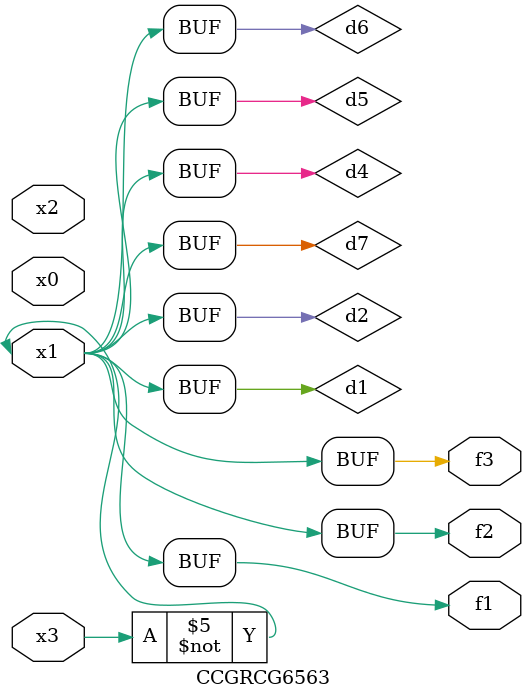
<source format=v>
module CCGRCG6563(
	input x0, x1, x2, x3,
	output f1, f2, f3
);

	wire d1, d2, d3, d4, d5, d6, d7;

	not (d1, x3);
	buf (d2, x1);
	xnor (d3, d1, d2);
	nor (d4, d1);
	buf (d5, d1, d2);
	buf (d6, d4, d5);
	nand (d7, d4);
	assign f1 = d6;
	assign f2 = d7;
	assign f3 = d6;
endmodule

</source>
